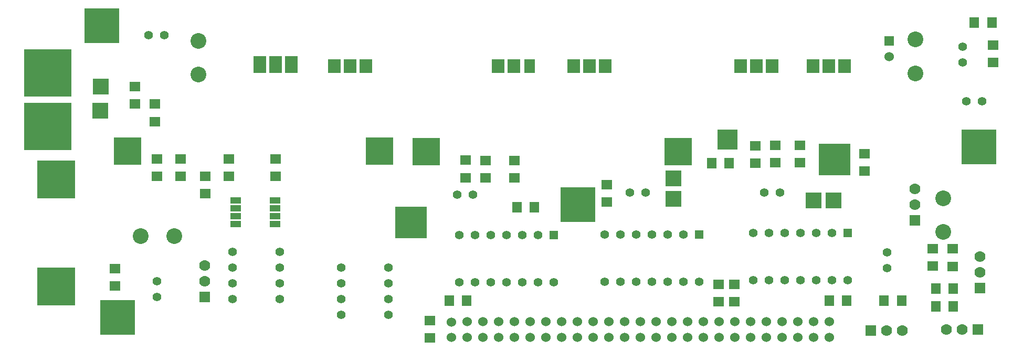
<source format=gts>
G04 (created by PCBNEW (22-Jun-2014 BZR 4027)-stable) date lun 20 oct 2014 04:40:32 CST*
%MOIN*%
G04 Gerber Fmt 3.4, Leading zero omitted, Abs format*
%FSLAX34Y34*%
G01*
G70*
G90*
G04 APERTURE LIST*
%ADD10C,0.00590551*%
%ADD11R,0.06X0.06*%
%ADD12C,0.06*%
%ADD13R,0.3X0.3*%
%ADD14R,0.175X0.175*%
%ADD15R,0.2X0.2*%
%ADD16R,0.125X0.125*%
%ADD17R,0.24X0.24*%
%ADD18R,0.1X0.1*%
%ADD19R,0.22X0.22*%
%ADD20C,0.055*%
%ADD21R,0.071X0.063*%
%ADD22R,0.063X0.071*%
%ADD23R,0.0709X0.0629*%
%ADD24R,0.0629X0.0709*%
%ADD25R,0.07X0.07*%
%ADD26C,0.07*%
%ADD27R,0.055X0.055*%
%ADD28C,0.1*%
%ADD29R,0.08X0.09*%
%ADD30R,0.07X0.09*%
%ADD31R,0.08X0.11*%
%ADD32R,0.065X0.04*%
G04 APERTURE END LIST*
G54D10*
G54D11*
X106830Y-54205D03*
G54D12*
X106830Y-55205D03*
G54D13*
X53402Y-59645D03*
X53402Y-56235D03*
G54D14*
X58450Y-61200D03*
X74450Y-61200D03*
X77430Y-61250D03*
X93430Y-61250D03*
G54D15*
X76450Y-65740D03*
G54D16*
X96550Y-60490D03*
G54D15*
X103365Y-61730D03*
G54D17*
X53915Y-63010D03*
X53915Y-69810D03*
G54D18*
X103300Y-64330D03*
X102010Y-64330D03*
X93110Y-64230D03*
X93110Y-62940D03*
G54D19*
X56810Y-53230D03*
X57838Y-71764D03*
X112518Y-60956D03*
G54D20*
X112738Y-58030D03*
X111738Y-58030D03*
X98888Y-63835D03*
X99888Y-63835D03*
X80375Y-63960D03*
X79375Y-63960D03*
X60315Y-70475D03*
X60315Y-69475D03*
X90340Y-63830D03*
X91340Y-63830D03*
X106700Y-67640D03*
X106700Y-68640D03*
X111474Y-54566D03*
X111474Y-55566D03*
X60785Y-53850D03*
X59785Y-53850D03*
G54D21*
X58935Y-58210D03*
X58935Y-57110D03*
X113430Y-55570D03*
X113430Y-54470D03*
G54D22*
X79975Y-70695D03*
X78875Y-70695D03*
G54D21*
X77665Y-71963D03*
X77665Y-73063D03*
X67870Y-61720D03*
X67870Y-62820D03*
X88890Y-64450D03*
X88890Y-63350D03*
X105245Y-62465D03*
X105245Y-61365D03*
G54D22*
X96646Y-61974D03*
X95546Y-61974D03*
G54D21*
X98334Y-61966D03*
X98334Y-60866D03*
G54D22*
X83204Y-64768D03*
X84304Y-64768D03*
G54D21*
X83006Y-62920D03*
X83006Y-61820D03*
X63395Y-62803D03*
X63395Y-63903D03*
X64894Y-62798D03*
X64894Y-61698D03*
G54D22*
X104125Y-70695D03*
X103025Y-70695D03*
G54D21*
X97000Y-69670D03*
X97000Y-70770D03*
X96000Y-69670D03*
X96000Y-70770D03*
G54D22*
X110900Y-69950D03*
X109800Y-69950D03*
G54D21*
X109575Y-68500D03*
X109575Y-67400D03*
G54D23*
X99579Y-61949D03*
X99579Y-60831D03*
X101143Y-60829D03*
X101143Y-61947D03*
X79916Y-62903D03*
X79916Y-61785D03*
X81188Y-61800D03*
X81188Y-62918D03*
X60306Y-62811D03*
X60306Y-61693D03*
X61824Y-61693D03*
X61824Y-62811D03*
X60186Y-59331D03*
X60186Y-58213D03*
G54D24*
X112232Y-53052D03*
X113350Y-53052D03*
G54D23*
X110865Y-67421D03*
X110865Y-68539D03*
G54D24*
X109781Y-71080D03*
X110899Y-71080D03*
X107619Y-70700D03*
X106501Y-70700D03*
G54D21*
X57660Y-68660D03*
X57660Y-69760D03*
G54D25*
X63360Y-70465D03*
G54D26*
X63360Y-68465D03*
X63360Y-69465D03*
G54D25*
X108460Y-65600D03*
G54D26*
X108460Y-63600D03*
X108460Y-64600D03*
G54D25*
X112590Y-69925D03*
G54D26*
X112590Y-67925D03*
X112590Y-68925D03*
G54D25*
X105650Y-72600D03*
G54D26*
X107650Y-72600D03*
X106650Y-72600D03*
G54D25*
X112452Y-72556D03*
G54D26*
X110452Y-72556D03*
X111452Y-72556D03*
G54D20*
X75024Y-68605D03*
X75024Y-69605D03*
X75024Y-70605D03*
X75024Y-71605D03*
X72024Y-71605D03*
X72024Y-70605D03*
X72024Y-69605D03*
X72024Y-68605D03*
X65116Y-67624D03*
X65116Y-68624D03*
X65116Y-69624D03*
X65116Y-70624D03*
X68116Y-70624D03*
X68116Y-69624D03*
X68116Y-68624D03*
X68116Y-67624D03*
G54D27*
X85522Y-66546D03*
G54D20*
X84522Y-66546D03*
X83522Y-66546D03*
X82522Y-66546D03*
X81522Y-66546D03*
X80522Y-66546D03*
X79522Y-66546D03*
X79522Y-69546D03*
X80522Y-69546D03*
X81522Y-69546D03*
X82522Y-69546D03*
X83522Y-69546D03*
X84522Y-69546D03*
X85522Y-69546D03*
G54D27*
X94740Y-66502D03*
G54D20*
X93740Y-66502D03*
X92740Y-66502D03*
X91740Y-66502D03*
X90740Y-66502D03*
X89740Y-66502D03*
X88740Y-66502D03*
X88740Y-69502D03*
X89740Y-69502D03*
X90740Y-69502D03*
X91740Y-69502D03*
X92740Y-69502D03*
X93740Y-69502D03*
X94740Y-69502D03*
G54D27*
X104180Y-66420D03*
G54D20*
X103180Y-66420D03*
X102180Y-66420D03*
X101180Y-66420D03*
X100180Y-66420D03*
X99180Y-66420D03*
X98180Y-66420D03*
X98180Y-69420D03*
X99180Y-69420D03*
X100180Y-69420D03*
X101180Y-69420D03*
X102180Y-69420D03*
X103180Y-69420D03*
X104180Y-69420D03*
G54D12*
X79014Y-73051D03*
X79025Y-72060D03*
X84014Y-73051D03*
X80014Y-72051D03*
X85014Y-73051D03*
X81014Y-72051D03*
X86014Y-73051D03*
X82014Y-72051D03*
X87014Y-73051D03*
X83014Y-72051D03*
X88014Y-73051D03*
X84014Y-72051D03*
X89014Y-73051D03*
X85014Y-72051D03*
X90014Y-73051D03*
X86014Y-72051D03*
X91014Y-73051D03*
X87014Y-72051D03*
X92014Y-73051D03*
X88014Y-72051D03*
X93014Y-73051D03*
X89014Y-72051D03*
X94014Y-73051D03*
X90014Y-72051D03*
X91014Y-72051D03*
X95014Y-73051D03*
X92014Y-72051D03*
X94014Y-72051D03*
X95014Y-72051D03*
X96014Y-72051D03*
X97014Y-72051D03*
X96014Y-73051D03*
X97014Y-73051D03*
X80014Y-73051D03*
X81014Y-73051D03*
X82014Y-73051D03*
X83014Y-73051D03*
X98014Y-73051D03*
X98014Y-72051D03*
X93014Y-72051D03*
X99014Y-73051D03*
X99014Y-72051D03*
X100014Y-73051D03*
X100014Y-72051D03*
X101014Y-73051D03*
X101014Y-72051D03*
X102014Y-73051D03*
X102014Y-72051D03*
X103014Y-73051D03*
X103014Y-72051D03*
G54D28*
X62964Y-54194D03*
X62964Y-56334D03*
X61420Y-66610D03*
X59280Y-66610D03*
X108500Y-54125D03*
X108500Y-56265D03*
X110260Y-66350D03*
X110260Y-64210D03*
G54D29*
X104000Y-55800D03*
X102000Y-55800D03*
X103000Y-55800D03*
X88800Y-55800D03*
X86800Y-55800D03*
X87800Y-55800D03*
X73600Y-55800D03*
X71600Y-55800D03*
X72600Y-55800D03*
X82000Y-55800D03*
G54D30*
X84000Y-55800D03*
G54D29*
X83000Y-55800D03*
X97400Y-55800D03*
X99400Y-55800D03*
X98400Y-55800D03*
G54D31*
X66850Y-55700D03*
X68850Y-55700D03*
X67850Y-55700D03*
G54D18*
X56737Y-58627D03*
X56739Y-57110D03*
G54D32*
X65305Y-65835D03*
X65305Y-65335D03*
X65305Y-64835D03*
X65305Y-64335D03*
X67805Y-64335D03*
X67805Y-64835D03*
X67805Y-65335D03*
X67805Y-65835D03*
G54D10*
G36*
X85945Y-65720D02*
X85945Y-63520D01*
X88145Y-63520D01*
X88145Y-65720D01*
X85945Y-65720D01*
X85945Y-65720D01*
G37*
M02*

</source>
